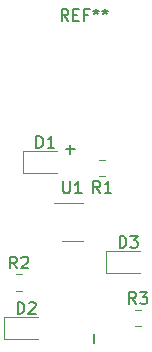
<source format=gbr>
G04 #@! TF.GenerationSoftware,KiCad,Pcbnew,(5.1.4)-1*
G04 #@! TF.CreationDate,2020-12-20T16:29:45-05:00*
G04 #@! TF.ProjectId,circuit,63697263-7569-4742-9e6b-696361645f70,1*
G04 #@! TF.SameCoordinates,Original*
G04 #@! TF.FileFunction,Legend,Top*
G04 #@! TF.FilePolarity,Positive*
%FSLAX46Y46*%
G04 Gerber Fmt 4.6, Leading zero omitted, Abs format (unit mm)*
G04 Created by KiCad (PCBNEW (5.1.4)-1) date 2020-12-20 16:29:45*
%MOMM*%
%LPD*%
G04 APERTURE LIST*
%ADD10C,0.120000*%
%ADD11C,0.150000*%
G04 APERTURE END LIST*
D10*
X98223580Y-140220820D02*
X95363580Y-140220820D01*
X95363580Y-140220820D02*
X95363580Y-142140820D01*
X95363580Y-142140820D02*
X98223580Y-142140820D01*
X93767080Y-156199720D02*
X96627080Y-156199720D01*
X93767080Y-154279720D02*
X93767080Y-156199720D01*
X96627080Y-154279720D02*
X93767080Y-154279720D01*
X105273240Y-148676480D02*
X102413240Y-148676480D01*
X102413240Y-148676480D02*
X102413240Y-150596480D01*
X102413240Y-150596480D02*
X105273240Y-150596480D01*
X102310832Y-142398820D02*
X101788328Y-142398820D01*
X102310832Y-140978820D02*
X101788328Y-140978820D01*
X94743528Y-152104160D02*
X95266032Y-152104160D01*
X94743528Y-150684160D02*
X95266032Y-150684160D01*
X104817168Y-153686440D02*
X105339672Y-153686440D01*
X104817168Y-155106440D02*
X105339672Y-155106440D01*
X98609580Y-147870820D02*
X100409580Y-147870820D01*
X100409580Y-144650820D02*
X97959580Y-144650820D01*
D11*
X99363328Y-140483252D02*
X99363328Y-139721347D01*
X99744280Y-140102300D02*
X98982376Y-140102300D01*
X101363328Y-156483252D02*
X101363328Y-155721347D01*
X99192246Y-129243200D02*
X98858913Y-128767010D01*
X98620818Y-129243200D02*
X98620818Y-128243200D01*
X99001770Y-128243200D01*
X99097008Y-128290820D01*
X99144627Y-128338439D01*
X99192246Y-128433677D01*
X99192246Y-128576534D01*
X99144627Y-128671772D01*
X99097008Y-128719391D01*
X99001770Y-128767010D01*
X98620818Y-128767010D01*
X99620818Y-128719391D02*
X99954151Y-128719391D01*
X100097008Y-129243200D02*
X99620818Y-129243200D01*
X99620818Y-128243200D01*
X100097008Y-128243200D01*
X100858913Y-128719391D02*
X100525580Y-128719391D01*
X100525580Y-129243200D02*
X100525580Y-128243200D01*
X101001770Y-128243200D01*
X101525580Y-128243200D02*
X101525580Y-128481296D01*
X101287484Y-128386058D02*
X101525580Y-128481296D01*
X101763675Y-128386058D01*
X101382722Y-128671772D02*
X101525580Y-128481296D01*
X101668437Y-128671772D01*
X102287484Y-128243200D02*
X102287484Y-128481296D01*
X102049389Y-128386058D02*
X102287484Y-128481296D01*
X102525580Y-128386058D01*
X102144627Y-128671772D02*
X102287484Y-128481296D01*
X102430341Y-128671772D01*
X96485484Y-139983200D02*
X96485484Y-138983200D01*
X96723580Y-138983200D01*
X96866437Y-139030820D01*
X96961675Y-139126058D01*
X97009294Y-139221296D01*
X97056913Y-139411772D01*
X97056913Y-139554629D01*
X97009294Y-139745105D01*
X96961675Y-139840343D01*
X96866437Y-139935581D01*
X96723580Y-139983200D01*
X96485484Y-139983200D01*
X98009294Y-139983200D02*
X97437865Y-139983200D01*
X97723580Y-139983200D02*
X97723580Y-138983200D01*
X97628341Y-139126058D01*
X97533103Y-139221296D01*
X97437865Y-139268915D01*
X94888984Y-154042100D02*
X94888984Y-153042100D01*
X95127080Y-153042100D01*
X95269937Y-153089720D01*
X95365175Y-153184958D01*
X95412794Y-153280196D01*
X95460413Y-153470672D01*
X95460413Y-153613529D01*
X95412794Y-153804005D01*
X95365175Y-153899243D01*
X95269937Y-153994481D01*
X95127080Y-154042100D01*
X94888984Y-154042100D01*
X95841365Y-153137339D02*
X95888984Y-153089720D01*
X95984222Y-153042100D01*
X96222318Y-153042100D01*
X96317556Y-153089720D01*
X96365175Y-153137339D01*
X96412794Y-153232577D01*
X96412794Y-153327815D01*
X96365175Y-153470672D01*
X95793746Y-154042100D01*
X96412794Y-154042100D01*
X103535144Y-148438860D02*
X103535144Y-147438860D01*
X103773240Y-147438860D01*
X103916097Y-147486480D01*
X104011335Y-147581718D01*
X104058954Y-147676956D01*
X104106573Y-147867432D01*
X104106573Y-148010289D01*
X104058954Y-148200765D01*
X104011335Y-148296003D01*
X103916097Y-148391241D01*
X103773240Y-148438860D01*
X103535144Y-148438860D01*
X104439906Y-147438860D02*
X105058954Y-147438860D01*
X104725620Y-147819813D01*
X104868478Y-147819813D01*
X104963716Y-147867432D01*
X105011335Y-147915051D01*
X105058954Y-148010289D01*
X105058954Y-148248384D01*
X105011335Y-148343622D01*
X104963716Y-148391241D01*
X104868478Y-148438860D01*
X104582763Y-148438860D01*
X104487525Y-148391241D01*
X104439906Y-148343622D01*
X101882913Y-143791200D02*
X101549580Y-143315010D01*
X101311484Y-143791200D02*
X101311484Y-142791200D01*
X101692437Y-142791200D01*
X101787675Y-142838820D01*
X101835294Y-142886439D01*
X101882913Y-142981677D01*
X101882913Y-143124534D01*
X101835294Y-143219772D01*
X101787675Y-143267391D01*
X101692437Y-143315010D01*
X101311484Y-143315010D01*
X102835294Y-143791200D02*
X102263865Y-143791200D01*
X102549580Y-143791200D02*
X102549580Y-142791200D01*
X102454341Y-142934058D01*
X102359103Y-143029296D01*
X102263865Y-143076915D01*
X94838113Y-150196540D02*
X94504780Y-149720350D01*
X94266684Y-150196540D02*
X94266684Y-149196540D01*
X94647637Y-149196540D01*
X94742875Y-149244160D01*
X94790494Y-149291779D01*
X94838113Y-149387017D01*
X94838113Y-149529874D01*
X94790494Y-149625112D01*
X94742875Y-149672731D01*
X94647637Y-149720350D01*
X94266684Y-149720350D01*
X95219065Y-149291779D02*
X95266684Y-149244160D01*
X95361922Y-149196540D01*
X95600018Y-149196540D01*
X95695256Y-149244160D01*
X95742875Y-149291779D01*
X95790494Y-149387017D01*
X95790494Y-149482255D01*
X95742875Y-149625112D01*
X95171446Y-150196540D01*
X95790494Y-150196540D01*
X104911753Y-153198820D02*
X104578420Y-152722630D01*
X104340324Y-153198820D02*
X104340324Y-152198820D01*
X104721277Y-152198820D01*
X104816515Y-152246440D01*
X104864134Y-152294059D01*
X104911753Y-152389297D01*
X104911753Y-152532154D01*
X104864134Y-152627392D01*
X104816515Y-152675011D01*
X104721277Y-152722630D01*
X104340324Y-152722630D01*
X105245086Y-152198820D02*
X105864134Y-152198820D01*
X105530800Y-152579773D01*
X105673658Y-152579773D01*
X105768896Y-152627392D01*
X105816515Y-152675011D01*
X105864134Y-152770249D01*
X105864134Y-153008344D01*
X105816515Y-153103582D01*
X105768896Y-153151201D01*
X105673658Y-153198820D01*
X105387943Y-153198820D01*
X105292705Y-153151201D01*
X105245086Y-153103582D01*
X98747675Y-142813200D02*
X98747675Y-143622724D01*
X98795294Y-143717962D01*
X98842913Y-143765581D01*
X98938151Y-143813200D01*
X99128627Y-143813200D01*
X99223865Y-143765581D01*
X99271484Y-143717962D01*
X99319103Y-143622724D01*
X99319103Y-142813200D01*
X100319103Y-143813200D02*
X99747675Y-143813200D01*
X100033389Y-143813200D02*
X100033389Y-142813200D01*
X99938151Y-142956058D01*
X99842913Y-143051296D01*
X99747675Y-143098915D01*
M02*

</source>
